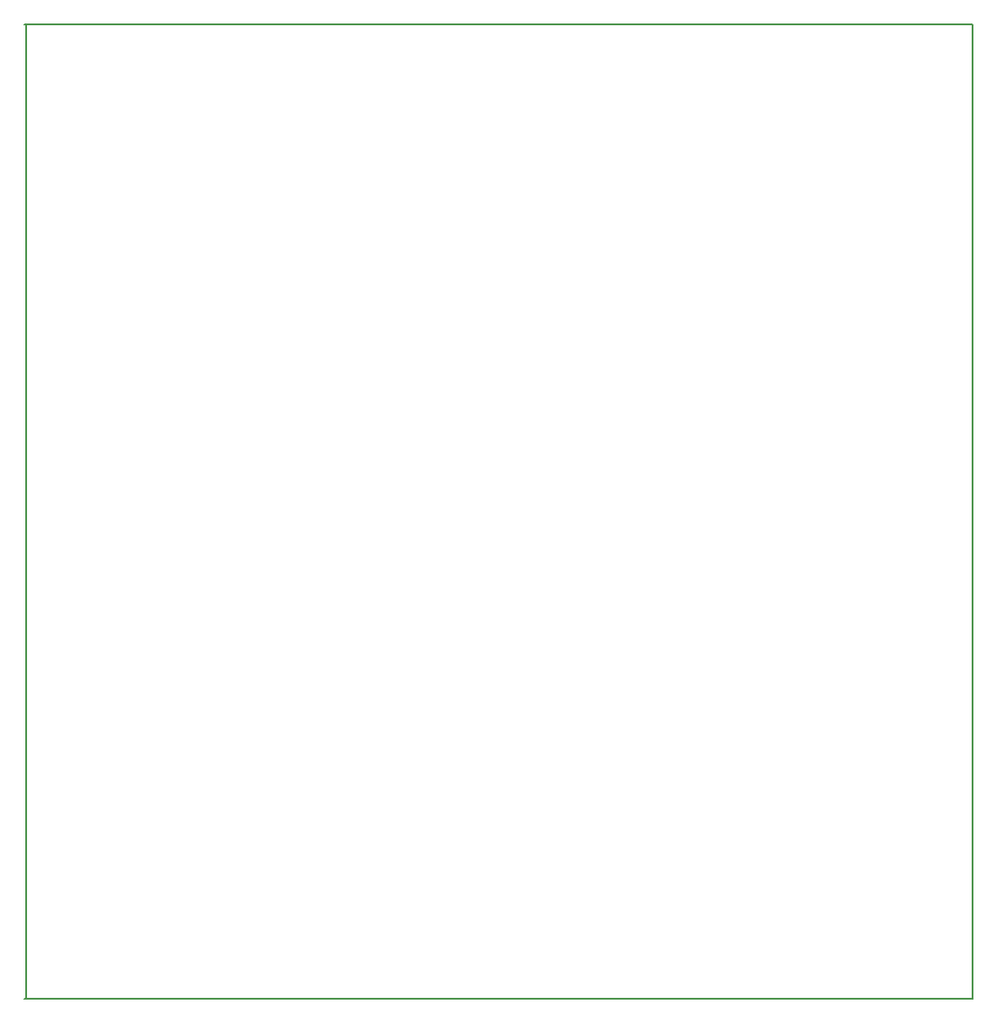
<source format=gko>
G04*
G04 #@! TF.GenerationSoftware,Altium Limited,Altium Designer,22.5.1 (42)*
G04*
G04 Layer_Color=16711935*
%FSLAX44Y44*%
%MOMM*%
G71*
G04*
G04 #@! TF.SameCoordinates,B077D55B-57A0-4187-A1B5-AB18AB574598*
G04*
G04*
G04 #@! TF.FilePolarity,Positive*
G04*
G01*
G75*
%ADD13C,0.1270*%
D13*
X1270Y-1270D02*
Y913130D01*
X0Y-1270D02*
X890270D01*
X0Y913130D02*
X890270D01*
Y-1270D02*
Y913130D01*
X0D02*
X890270D01*
Y-1270D02*
Y913130D01*
X0Y-1270D02*
X890270D01*
M02*

</source>
